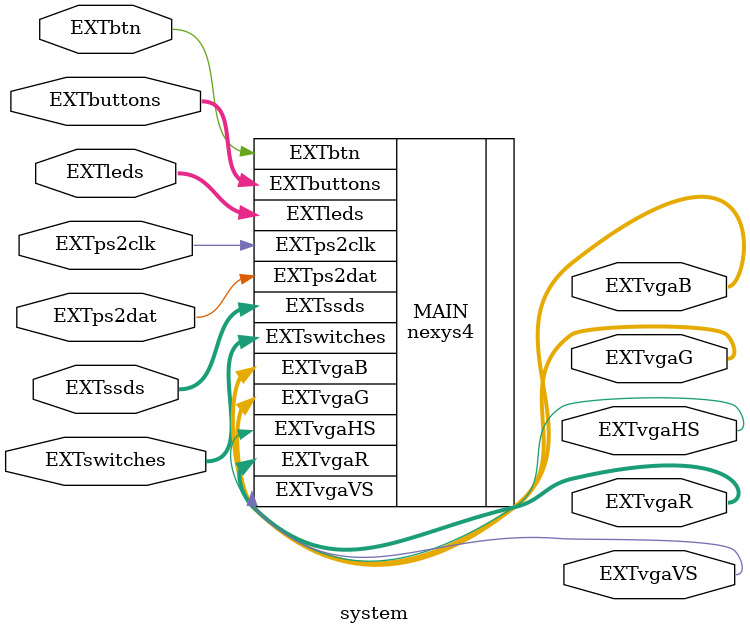
<source format=v>

module system(
  EXTbtn,
  EXTbuttons, EXTswitches, EXTleds, EXTssds,
  EXTps2clk, EXTps2dat,
  EXTvgaR, EXTvgaG, EXTvgaB, EXTvgaVS, EXTvgaHS
);

// I/O to/from main board
input EXTbtn;
input [4:0] EXTbuttons;
input [15:0] EXTswitches;
input [15:0] EXTleds;
input [15:0] EXTssds;
input EXTps2clk;
input EXTps2dat;
output EXTvgaHS;
output EXTvgaVS;
output [3:0] EXTvgaR;
output [3:0] EXTvgaG;
output [3:0] EXTvgaB;

// Instantiate the digilab2 board
nexys4 MAIN (
  .EXTbtn(EXTbtn), 
  .EXTbuttons(EXTbuttons),
  .EXTswitches(EXTswitches),
  .EXTleds(EXTleds),
  .EXTssds(EXTssds),
  .EXTps2clk(EXTps2clk),
  .EXTps2dat(EXTps2dat),
  .EXTvgaHS(EXTvgaHS),
  .EXTvgaVS(EXTvgaVS),
  .EXTvgaR(EXTvgaR),
  .EXTvgaG(EXTvgaG),
  .EXTvgaB(EXTvgaB)
);

endmodule






</source>
